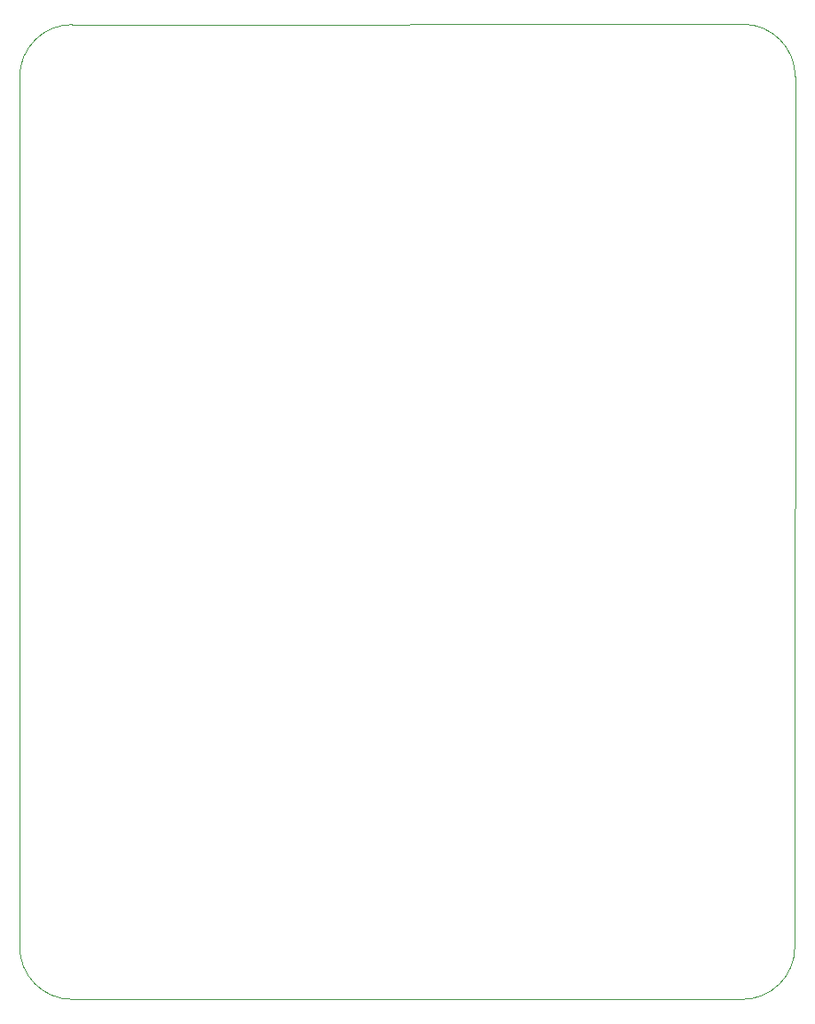
<source format=gbr>
%TF.GenerationSoftware,KiCad,Pcbnew,8.0.4*%
%TF.CreationDate,2024-08-28T17:55:56-04:00*%
%TF.ProjectId,imu-array,696d752d-6172-4726-9179-2e6b69636164,rev?*%
%TF.SameCoordinates,Original*%
%TF.FileFunction,Profile,NP*%
%FSLAX46Y46*%
G04 Gerber Fmt 4.6, Leading zero omitted, Abs format (unit mm)*
G04 Created by KiCad (PCBNEW 8.0.4) date 2024-08-28 17:55:56*
%MOMM*%
%LPD*%
G01*
G04 APERTURE LIST*
%TA.AperFunction,Profile*%
%ADD10C,0.050000*%
%TD*%
G04 APERTURE END LIST*
D10*
X153035534Y-121464466D02*
G75*
G02*
X148035534Y-116464466I0J5000000D01*
G01*
X221964466Y-116464466D02*
G75*
G02*
X216964466Y-121464466I-5000000J0D01*
G01*
X148035534Y-33535534D02*
G75*
G02*
X153035534Y-28535534I5000000J0D01*
G01*
X217000000Y-28500000D02*
G75*
G02*
X222000000Y-33500000I0J-5000000D01*
G01*
X148035534Y-116464466D02*
X148035534Y-33535534D01*
X216970000Y-121460000D02*
X153035534Y-121464466D01*
X222000000Y-33500000D02*
X221964466Y-116464466D01*
X153035534Y-28535534D02*
X217000000Y-28500000D01*
M02*

</source>
